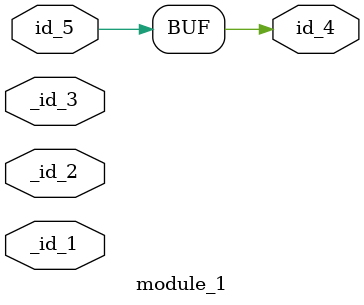
<source format=v>
module module_0 ();
  wire id_1;
endmodule
module module_1 #(
    parameter id_1 = 32'd25,
    parameter id_2 = 32'd84,
    parameter id_3 = 32'd27
) (
    _id_1,
    _id_2,
    _id_3,
    id_4,
    id_5
);
  input wire id_5;
  output wire id_4;
  module_0 modCall_1 ();
  input wire _id_3;
  inout wire _id_2;
  input wire _id_1;
  wire [-1 'd0 : { 'd0 ,  id_3  ,  id_1  ,  id_2  ,  ~  1  ,  id_2  , "" ,  -1  }] id_6;
  wire id_7;
  buf primCall (id_4, id_5);
  wire id_8;
  ;
endmodule

</source>
